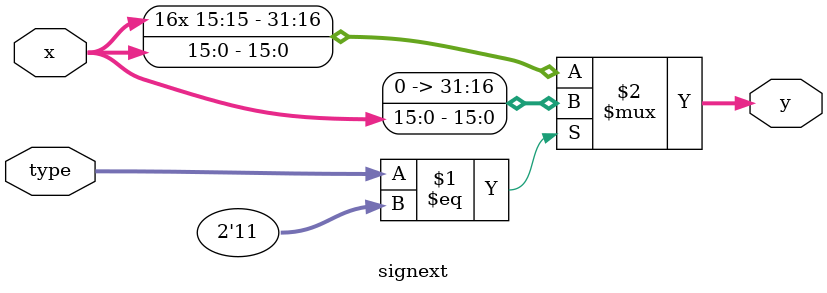
<source format=v>
`timescale 1ns / 1ps


module signext(
    input wire[15:0] x,
    input wire[1:0] type,
    output wire[31:0] y
    );
    assign y = (type == 2'b11) ? {{16{1'b0}},x}:{{16{x[15]}}, x}; 
endmodule

</source>
